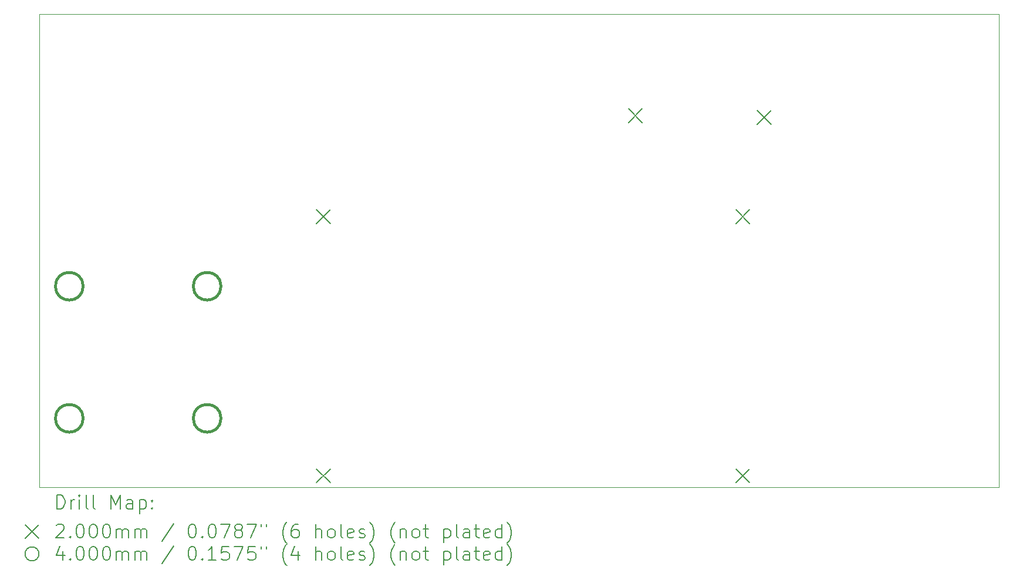
<source format=gbr>
%TF.GenerationSoftware,KiCad,Pcbnew,7.0.6*%
%TF.CreationDate,2023-08-10T15:58:56-04:00*%
%TF.ProjectId,rrc_pcb3,7272635f-7063-4623-932e-6b696361645f,rev?*%
%TF.SameCoordinates,Original*%
%TF.FileFunction,Drillmap*%
%TF.FilePolarity,Positive*%
%FSLAX45Y45*%
G04 Gerber Fmt 4.5, Leading zero omitted, Abs format (unit mm)*
G04 Created by KiCad (PCBNEW 7.0.6) date 2023-08-10 15:58:56*
%MOMM*%
%LPD*%
G01*
G04 APERTURE LIST*
%ADD10C,0.050000*%
%ADD11C,0.200000*%
%ADD12C,0.400000*%
G04 APERTURE END LIST*
D10*
X4191000Y-2065671D02*
X18034000Y-2065671D01*
X18034000Y-8890000D01*
X4191000Y-8890000D01*
X4191000Y-2065671D01*
D11*
X8190000Y-4890000D02*
X8390000Y-5090000D01*
X8390000Y-4890000D02*
X8190000Y-5090000D01*
X8190000Y-8626000D02*
X8390000Y-8826000D01*
X8390000Y-8626000D02*
X8190000Y-8826000D01*
X12693425Y-3431692D02*
X12893425Y-3631692D01*
X12893425Y-3431692D02*
X12693425Y-3631692D01*
X14240000Y-4890000D02*
X14440000Y-5090000D01*
X14440000Y-4890000D02*
X14240000Y-5090000D01*
X14240000Y-8626000D02*
X14440000Y-8826000D01*
X14440000Y-8626000D02*
X14240000Y-8826000D01*
X14551480Y-3457183D02*
X14751480Y-3657183D01*
X14751480Y-3457183D02*
X14551480Y-3657183D01*
D12*
X4826360Y-5992423D02*
G75*
G03*
X4826360Y-5992423I-200000J0D01*
G01*
X4826360Y-7897423D02*
G75*
G03*
X4826360Y-7897423I-200000J0D01*
G01*
X6814869Y-5992423D02*
G75*
G03*
X6814869Y-5992423I-200000J0D01*
G01*
X6814869Y-7897423D02*
G75*
G03*
X6814869Y-7897423I-200000J0D01*
G01*
D11*
X4449277Y-9203984D02*
X4449277Y-9003984D01*
X4449277Y-9003984D02*
X4496896Y-9003984D01*
X4496896Y-9003984D02*
X4525467Y-9013508D01*
X4525467Y-9013508D02*
X4544515Y-9032555D01*
X4544515Y-9032555D02*
X4554039Y-9051603D01*
X4554039Y-9051603D02*
X4563563Y-9089698D01*
X4563563Y-9089698D02*
X4563563Y-9118270D01*
X4563563Y-9118270D02*
X4554039Y-9156365D01*
X4554039Y-9156365D02*
X4544515Y-9175412D01*
X4544515Y-9175412D02*
X4525467Y-9194460D01*
X4525467Y-9194460D02*
X4496896Y-9203984D01*
X4496896Y-9203984D02*
X4449277Y-9203984D01*
X4649277Y-9203984D02*
X4649277Y-9070650D01*
X4649277Y-9108746D02*
X4658801Y-9089698D01*
X4658801Y-9089698D02*
X4668324Y-9080174D01*
X4668324Y-9080174D02*
X4687372Y-9070650D01*
X4687372Y-9070650D02*
X4706420Y-9070650D01*
X4773086Y-9203984D02*
X4773086Y-9070650D01*
X4773086Y-9003984D02*
X4763563Y-9013508D01*
X4763563Y-9013508D02*
X4773086Y-9023031D01*
X4773086Y-9023031D02*
X4782610Y-9013508D01*
X4782610Y-9013508D02*
X4773086Y-9003984D01*
X4773086Y-9003984D02*
X4773086Y-9023031D01*
X4896896Y-9203984D02*
X4877848Y-9194460D01*
X4877848Y-9194460D02*
X4868324Y-9175412D01*
X4868324Y-9175412D02*
X4868324Y-9003984D01*
X5001658Y-9203984D02*
X4982610Y-9194460D01*
X4982610Y-9194460D02*
X4973086Y-9175412D01*
X4973086Y-9175412D02*
X4973086Y-9003984D01*
X5230229Y-9203984D02*
X5230229Y-9003984D01*
X5230229Y-9003984D02*
X5296896Y-9146841D01*
X5296896Y-9146841D02*
X5363563Y-9003984D01*
X5363563Y-9003984D02*
X5363563Y-9203984D01*
X5544515Y-9203984D02*
X5544515Y-9099222D01*
X5544515Y-9099222D02*
X5534991Y-9080174D01*
X5534991Y-9080174D02*
X5515944Y-9070650D01*
X5515944Y-9070650D02*
X5477848Y-9070650D01*
X5477848Y-9070650D02*
X5458801Y-9080174D01*
X5544515Y-9194460D02*
X5525467Y-9203984D01*
X5525467Y-9203984D02*
X5477848Y-9203984D01*
X5477848Y-9203984D02*
X5458801Y-9194460D01*
X5458801Y-9194460D02*
X5449277Y-9175412D01*
X5449277Y-9175412D02*
X5449277Y-9156365D01*
X5449277Y-9156365D02*
X5458801Y-9137317D01*
X5458801Y-9137317D02*
X5477848Y-9127793D01*
X5477848Y-9127793D02*
X5525467Y-9127793D01*
X5525467Y-9127793D02*
X5544515Y-9118270D01*
X5639753Y-9070650D02*
X5639753Y-9270650D01*
X5639753Y-9080174D02*
X5658801Y-9070650D01*
X5658801Y-9070650D02*
X5696896Y-9070650D01*
X5696896Y-9070650D02*
X5715943Y-9080174D01*
X5715943Y-9080174D02*
X5725467Y-9089698D01*
X5725467Y-9089698D02*
X5734991Y-9108746D01*
X5734991Y-9108746D02*
X5734991Y-9165889D01*
X5734991Y-9165889D02*
X5725467Y-9184936D01*
X5725467Y-9184936D02*
X5715943Y-9194460D01*
X5715943Y-9194460D02*
X5696896Y-9203984D01*
X5696896Y-9203984D02*
X5658801Y-9203984D01*
X5658801Y-9203984D02*
X5639753Y-9194460D01*
X5820705Y-9184936D02*
X5830229Y-9194460D01*
X5830229Y-9194460D02*
X5820705Y-9203984D01*
X5820705Y-9203984D02*
X5811182Y-9194460D01*
X5811182Y-9194460D02*
X5820705Y-9184936D01*
X5820705Y-9184936D02*
X5820705Y-9203984D01*
X5820705Y-9080174D02*
X5830229Y-9089698D01*
X5830229Y-9089698D02*
X5820705Y-9099222D01*
X5820705Y-9099222D02*
X5811182Y-9089698D01*
X5811182Y-9089698D02*
X5820705Y-9080174D01*
X5820705Y-9080174D02*
X5820705Y-9099222D01*
X3988500Y-9432500D02*
X4188500Y-9632500D01*
X4188500Y-9432500D02*
X3988500Y-9632500D01*
X4439753Y-9443031D02*
X4449277Y-9433508D01*
X4449277Y-9433508D02*
X4468324Y-9423984D01*
X4468324Y-9423984D02*
X4515944Y-9423984D01*
X4515944Y-9423984D02*
X4534991Y-9433508D01*
X4534991Y-9433508D02*
X4544515Y-9443031D01*
X4544515Y-9443031D02*
X4554039Y-9462079D01*
X4554039Y-9462079D02*
X4554039Y-9481127D01*
X4554039Y-9481127D02*
X4544515Y-9509698D01*
X4544515Y-9509698D02*
X4430229Y-9623984D01*
X4430229Y-9623984D02*
X4554039Y-9623984D01*
X4639753Y-9604936D02*
X4649277Y-9614460D01*
X4649277Y-9614460D02*
X4639753Y-9623984D01*
X4639753Y-9623984D02*
X4630229Y-9614460D01*
X4630229Y-9614460D02*
X4639753Y-9604936D01*
X4639753Y-9604936D02*
X4639753Y-9623984D01*
X4773086Y-9423984D02*
X4792134Y-9423984D01*
X4792134Y-9423984D02*
X4811182Y-9433508D01*
X4811182Y-9433508D02*
X4820705Y-9443031D01*
X4820705Y-9443031D02*
X4830229Y-9462079D01*
X4830229Y-9462079D02*
X4839753Y-9500174D01*
X4839753Y-9500174D02*
X4839753Y-9547793D01*
X4839753Y-9547793D02*
X4830229Y-9585889D01*
X4830229Y-9585889D02*
X4820705Y-9604936D01*
X4820705Y-9604936D02*
X4811182Y-9614460D01*
X4811182Y-9614460D02*
X4792134Y-9623984D01*
X4792134Y-9623984D02*
X4773086Y-9623984D01*
X4773086Y-9623984D02*
X4754039Y-9614460D01*
X4754039Y-9614460D02*
X4744515Y-9604936D01*
X4744515Y-9604936D02*
X4734991Y-9585889D01*
X4734991Y-9585889D02*
X4725467Y-9547793D01*
X4725467Y-9547793D02*
X4725467Y-9500174D01*
X4725467Y-9500174D02*
X4734991Y-9462079D01*
X4734991Y-9462079D02*
X4744515Y-9443031D01*
X4744515Y-9443031D02*
X4754039Y-9433508D01*
X4754039Y-9433508D02*
X4773086Y-9423984D01*
X4963563Y-9423984D02*
X4982610Y-9423984D01*
X4982610Y-9423984D02*
X5001658Y-9433508D01*
X5001658Y-9433508D02*
X5011182Y-9443031D01*
X5011182Y-9443031D02*
X5020705Y-9462079D01*
X5020705Y-9462079D02*
X5030229Y-9500174D01*
X5030229Y-9500174D02*
X5030229Y-9547793D01*
X5030229Y-9547793D02*
X5020705Y-9585889D01*
X5020705Y-9585889D02*
X5011182Y-9604936D01*
X5011182Y-9604936D02*
X5001658Y-9614460D01*
X5001658Y-9614460D02*
X4982610Y-9623984D01*
X4982610Y-9623984D02*
X4963563Y-9623984D01*
X4963563Y-9623984D02*
X4944515Y-9614460D01*
X4944515Y-9614460D02*
X4934991Y-9604936D01*
X4934991Y-9604936D02*
X4925467Y-9585889D01*
X4925467Y-9585889D02*
X4915944Y-9547793D01*
X4915944Y-9547793D02*
X4915944Y-9500174D01*
X4915944Y-9500174D02*
X4925467Y-9462079D01*
X4925467Y-9462079D02*
X4934991Y-9443031D01*
X4934991Y-9443031D02*
X4944515Y-9433508D01*
X4944515Y-9433508D02*
X4963563Y-9423984D01*
X5154039Y-9423984D02*
X5173086Y-9423984D01*
X5173086Y-9423984D02*
X5192134Y-9433508D01*
X5192134Y-9433508D02*
X5201658Y-9443031D01*
X5201658Y-9443031D02*
X5211182Y-9462079D01*
X5211182Y-9462079D02*
X5220705Y-9500174D01*
X5220705Y-9500174D02*
X5220705Y-9547793D01*
X5220705Y-9547793D02*
X5211182Y-9585889D01*
X5211182Y-9585889D02*
X5201658Y-9604936D01*
X5201658Y-9604936D02*
X5192134Y-9614460D01*
X5192134Y-9614460D02*
X5173086Y-9623984D01*
X5173086Y-9623984D02*
X5154039Y-9623984D01*
X5154039Y-9623984D02*
X5134991Y-9614460D01*
X5134991Y-9614460D02*
X5125467Y-9604936D01*
X5125467Y-9604936D02*
X5115944Y-9585889D01*
X5115944Y-9585889D02*
X5106420Y-9547793D01*
X5106420Y-9547793D02*
X5106420Y-9500174D01*
X5106420Y-9500174D02*
X5115944Y-9462079D01*
X5115944Y-9462079D02*
X5125467Y-9443031D01*
X5125467Y-9443031D02*
X5134991Y-9433508D01*
X5134991Y-9433508D02*
X5154039Y-9423984D01*
X5306420Y-9623984D02*
X5306420Y-9490650D01*
X5306420Y-9509698D02*
X5315944Y-9500174D01*
X5315944Y-9500174D02*
X5334991Y-9490650D01*
X5334991Y-9490650D02*
X5363563Y-9490650D01*
X5363563Y-9490650D02*
X5382610Y-9500174D01*
X5382610Y-9500174D02*
X5392134Y-9519222D01*
X5392134Y-9519222D02*
X5392134Y-9623984D01*
X5392134Y-9519222D02*
X5401658Y-9500174D01*
X5401658Y-9500174D02*
X5420705Y-9490650D01*
X5420705Y-9490650D02*
X5449277Y-9490650D01*
X5449277Y-9490650D02*
X5468325Y-9500174D01*
X5468325Y-9500174D02*
X5477848Y-9519222D01*
X5477848Y-9519222D02*
X5477848Y-9623984D01*
X5573086Y-9623984D02*
X5573086Y-9490650D01*
X5573086Y-9509698D02*
X5582610Y-9500174D01*
X5582610Y-9500174D02*
X5601658Y-9490650D01*
X5601658Y-9490650D02*
X5630229Y-9490650D01*
X5630229Y-9490650D02*
X5649277Y-9500174D01*
X5649277Y-9500174D02*
X5658801Y-9519222D01*
X5658801Y-9519222D02*
X5658801Y-9623984D01*
X5658801Y-9519222D02*
X5668324Y-9500174D01*
X5668324Y-9500174D02*
X5687372Y-9490650D01*
X5687372Y-9490650D02*
X5715943Y-9490650D01*
X5715943Y-9490650D02*
X5734991Y-9500174D01*
X5734991Y-9500174D02*
X5744515Y-9519222D01*
X5744515Y-9519222D02*
X5744515Y-9623984D01*
X6134991Y-9414460D02*
X5963563Y-9671603D01*
X6392134Y-9423984D02*
X6411182Y-9423984D01*
X6411182Y-9423984D02*
X6430229Y-9433508D01*
X6430229Y-9433508D02*
X6439753Y-9443031D01*
X6439753Y-9443031D02*
X6449277Y-9462079D01*
X6449277Y-9462079D02*
X6458801Y-9500174D01*
X6458801Y-9500174D02*
X6458801Y-9547793D01*
X6458801Y-9547793D02*
X6449277Y-9585889D01*
X6449277Y-9585889D02*
X6439753Y-9604936D01*
X6439753Y-9604936D02*
X6430229Y-9614460D01*
X6430229Y-9614460D02*
X6411182Y-9623984D01*
X6411182Y-9623984D02*
X6392134Y-9623984D01*
X6392134Y-9623984D02*
X6373086Y-9614460D01*
X6373086Y-9614460D02*
X6363563Y-9604936D01*
X6363563Y-9604936D02*
X6354039Y-9585889D01*
X6354039Y-9585889D02*
X6344515Y-9547793D01*
X6344515Y-9547793D02*
X6344515Y-9500174D01*
X6344515Y-9500174D02*
X6354039Y-9462079D01*
X6354039Y-9462079D02*
X6363563Y-9443031D01*
X6363563Y-9443031D02*
X6373086Y-9433508D01*
X6373086Y-9433508D02*
X6392134Y-9423984D01*
X6544515Y-9604936D02*
X6554039Y-9614460D01*
X6554039Y-9614460D02*
X6544515Y-9623984D01*
X6544515Y-9623984D02*
X6534991Y-9614460D01*
X6534991Y-9614460D02*
X6544515Y-9604936D01*
X6544515Y-9604936D02*
X6544515Y-9623984D01*
X6677848Y-9423984D02*
X6696896Y-9423984D01*
X6696896Y-9423984D02*
X6715944Y-9433508D01*
X6715944Y-9433508D02*
X6725467Y-9443031D01*
X6725467Y-9443031D02*
X6734991Y-9462079D01*
X6734991Y-9462079D02*
X6744515Y-9500174D01*
X6744515Y-9500174D02*
X6744515Y-9547793D01*
X6744515Y-9547793D02*
X6734991Y-9585889D01*
X6734991Y-9585889D02*
X6725467Y-9604936D01*
X6725467Y-9604936D02*
X6715944Y-9614460D01*
X6715944Y-9614460D02*
X6696896Y-9623984D01*
X6696896Y-9623984D02*
X6677848Y-9623984D01*
X6677848Y-9623984D02*
X6658801Y-9614460D01*
X6658801Y-9614460D02*
X6649277Y-9604936D01*
X6649277Y-9604936D02*
X6639753Y-9585889D01*
X6639753Y-9585889D02*
X6630229Y-9547793D01*
X6630229Y-9547793D02*
X6630229Y-9500174D01*
X6630229Y-9500174D02*
X6639753Y-9462079D01*
X6639753Y-9462079D02*
X6649277Y-9443031D01*
X6649277Y-9443031D02*
X6658801Y-9433508D01*
X6658801Y-9433508D02*
X6677848Y-9423984D01*
X6811182Y-9423984D02*
X6944515Y-9423984D01*
X6944515Y-9423984D02*
X6858801Y-9623984D01*
X7049277Y-9509698D02*
X7030229Y-9500174D01*
X7030229Y-9500174D02*
X7020706Y-9490650D01*
X7020706Y-9490650D02*
X7011182Y-9471603D01*
X7011182Y-9471603D02*
X7011182Y-9462079D01*
X7011182Y-9462079D02*
X7020706Y-9443031D01*
X7020706Y-9443031D02*
X7030229Y-9433508D01*
X7030229Y-9433508D02*
X7049277Y-9423984D01*
X7049277Y-9423984D02*
X7087372Y-9423984D01*
X7087372Y-9423984D02*
X7106420Y-9433508D01*
X7106420Y-9433508D02*
X7115944Y-9443031D01*
X7115944Y-9443031D02*
X7125467Y-9462079D01*
X7125467Y-9462079D02*
X7125467Y-9471603D01*
X7125467Y-9471603D02*
X7115944Y-9490650D01*
X7115944Y-9490650D02*
X7106420Y-9500174D01*
X7106420Y-9500174D02*
X7087372Y-9509698D01*
X7087372Y-9509698D02*
X7049277Y-9509698D01*
X7049277Y-9509698D02*
X7030229Y-9519222D01*
X7030229Y-9519222D02*
X7020706Y-9528746D01*
X7020706Y-9528746D02*
X7011182Y-9547793D01*
X7011182Y-9547793D02*
X7011182Y-9585889D01*
X7011182Y-9585889D02*
X7020706Y-9604936D01*
X7020706Y-9604936D02*
X7030229Y-9614460D01*
X7030229Y-9614460D02*
X7049277Y-9623984D01*
X7049277Y-9623984D02*
X7087372Y-9623984D01*
X7087372Y-9623984D02*
X7106420Y-9614460D01*
X7106420Y-9614460D02*
X7115944Y-9604936D01*
X7115944Y-9604936D02*
X7125467Y-9585889D01*
X7125467Y-9585889D02*
X7125467Y-9547793D01*
X7125467Y-9547793D02*
X7115944Y-9528746D01*
X7115944Y-9528746D02*
X7106420Y-9519222D01*
X7106420Y-9519222D02*
X7087372Y-9509698D01*
X7192134Y-9423984D02*
X7325467Y-9423984D01*
X7325467Y-9423984D02*
X7239753Y-9623984D01*
X7392134Y-9423984D02*
X7392134Y-9462079D01*
X7468325Y-9423984D02*
X7468325Y-9462079D01*
X7763563Y-9700174D02*
X7754039Y-9690650D01*
X7754039Y-9690650D02*
X7734991Y-9662079D01*
X7734991Y-9662079D02*
X7725468Y-9643031D01*
X7725468Y-9643031D02*
X7715944Y-9614460D01*
X7715944Y-9614460D02*
X7706420Y-9566841D01*
X7706420Y-9566841D02*
X7706420Y-9528746D01*
X7706420Y-9528746D02*
X7715944Y-9481127D01*
X7715944Y-9481127D02*
X7725468Y-9452555D01*
X7725468Y-9452555D02*
X7734991Y-9433508D01*
X7734991Y-9433508D02*
X7754039Y-9404936D01*
X7754039Y-9404936D02*
X7763563Y-9395412D01*
X7925468Y-9423984D02*
X7887372Y-9423984D01*
X7887372Y-9423984D02*
X7868325Y-9433508D01*
X7868325Y-9433508D02*
X7858801Y-9443031D01*
X7858801Y-9443031D02*
X7839753Y-9471603D01*
X7839753Y-9471603D02*
X7830229Y-9509698D01*
X7830229Y-9509698D02*
X7830229Y-9585889D01*
X7830229Y-9585889D02*
X7839753Y-9604936D01*
X7839753Y-9604936D02*
X7849277Y-9614460D01*
X7849277Y-9614460D02*
X7868325Y-9623984D01*
X7868325Y-9623984D02*
X7906420Y-9623984D01*
X7906420Y-9623984D02*
X7925468Y-9614460D01*
X7925468Y-9614460D02*
X7934991Y-9604936D01*
X7934991Y-9604936D02*
X7944515Y-9585889D01*
X7944515Y-9585889D02*
X7944515Y-9538270D01*
X7944515Y-9538270D02*
X7934991Y-9519222D01*
X7934991Y-9519222D02*
X7925468Y-9509698D01*
X7925468Y-9509698D02*
X7906420Y-9500174D01*
X7906420Y-9500174D02*
X7868325Y-9500174D01*
X7868325Y-9500174D02*
X7849277Y-9509698D01*
X7849277Y-9509698D02*
X7839753Y-9519222D01*
X7839753Y-9519222D02*
X7830229Y-9538270D01*
X8182610Y-9623984D02*
X8182610Y-9423984D01*
X8268325Y-9623984D02*
X8268325Y-9519222D01*
X8268325Y-9519222D02*
X8258801Y-9500174D01*
X8258801Y-9500174D02*
X8239753Y-9490650D01*
X8239753Y-9490650D02*
X8211182Y-9490650D01*
X8211182Y-9490650D02*
X8192134Y-9500174D01*
X8192134Y-9500174D02*
X8182610Y-9509698D01*
X8392134Y-9623984D02*
X8373087Y-9614460D01*
X8373087Y-9614460D02*
X8363563Y-9604936D01*
X8363563Y-9604936D02*
X8354039Y-9585889D01*
X8354039Y-9585889D02*
X8354039Y-9528746D01*
X8354039Y-9528746D02*
X8363563Y-9509698D01*
X8363563Y-9509698D02*
X8373087Y-9500174D01*
X8373087Y-9500174D02*
X8392134Y-9490650D01*
X8392134Y-9490650D02*
X8420706Y-9490650D01*
X8420706Y-9490650D02*
X8439753Y-9500174D01*
X8439753Y-9500174D02*
X8449277Y-9509698D01*
X8449277Y-9509698D02*
X8458801Y-9528746D01*
X8458801Y-9528746D02*
X8458801Y-9585889D01*
X8458801Y-9585889D02*
X8449277Y-9604936D01*
X8449277Y-9604936D02*
X8439753Y-9614460D01*
X8439753Y-9614460D02*
X8420706Y-9623984D01*
X8420706Y-9623984D02*
X8392134Y-9623984D01*
X8573087Y-9623984D02*
X8554039Y-9614460D01*
X8554039Y-9614460D02*
X8544515Y-9595412D01*
X8544515Y-9595412D02*
X8544515Y-9423984D01*
X8725468Y-9614460D02*
X8706420Y-9623984D01*
X8706420Y-9623984D02*
X8668325Y-9623984D01*
X8668325Y-9623984D02*
X8649277Y-9614460D01*
X8649277Y-9614460D02*
X8639753Y-9595412D01*
X8639753Y-9595412D02*
X8639753Y-9519222D01*
X8639753Y-9519222D02*
X8649277Y-9500174D01*
X8649277Y-9500174D02*
X8668325Y-9490650D01*
X8668325Y-9490650D02*
X8706420Y-9490650D01*
X8706420Y-9490650D02*
X8725468Y-9500174D01*
X8725468Y-9500174D02*
X8734992Y-9519222D01*
X8734992Y-9519222D02*
X8734992Y-9538270D01*
X8734992Y-9538270D02*
X8639753Y-9557317D01*
X8811182Y-9614460D02*
X8830230Y-9623984D01*
X8830230Y-9623984D02*
X8868325Y-9623984D01*
X8868325Y-9623984D02*
X8887373Y-9614460D01*
X8887373Y-9614460D02*
X8896896Y-9595412D01*
X8896896Y-9595412D02*
X8896896Y-9585889D01*
X8896896Y-9585889D02*
X8887373Y-9566841D01*
X8887373Y-9566841D02*
X8868325Y-9557317D01*
X8868325Y-9557317D02*
X8839753Y-9557317D01*
X8839753Y-9557317D02*
X8820706Y-9547793D01*
X8820706Y-9547793D02*
X8811182Y-9528746D01*
X8811182Y-9528746D02*
X8811182Y-9519222D01*
X8811182Y-9519222D02*
X8820706Y-9500174D01*
X8820706Y-9500174D02*
X8839753Y-9490650D01*
X8839753Y-9490650D02*
X8868325Y-9490650D01*
X8868325Y-9490650D02*
X8887373Y-9500174D01*
X8963563Y-9700174D02*
X8973087Y-9690650D01*
X8973087Y-9690650D02*
X8992134Y-9662079D01*
X8992134Y-9662079D02*
X9001658Y-9643031D01*
X9001658Y-9643031D02*
X9011182Y-9614460D01*
X9011182Y-9614460D02*
X9020706Y-9566841D01*
X9020706Y-9566841D02*
X9020706Y-9528746D01*
X9020706Y-9528746D02*
X9011182Y-9481127D01*
X9011182Y-9481127D02*
X9001658Y-9452555D01*
X9001658Y-9452555D02*
X8992134Y-9433508D01*
X8992134Y-9433508D02*
X8973087Y-9404936D01*
X8973087Y-9404936D02*
X8963563Y-9395412D01*
X9325468Y-9700174D02*
X9315944Y-9690650D01*
X9315944Y-9690650D02*
X9296896Y-9662079D01*
X9296896Y-9662079D02*
X9287373Y-9643031D01*
X9287373Y-9643031D02*
X9277849Y-9614460D01*
X9277849Y-9614460D02*
X9268325Y-9566841D01*
X9268325Y-9566841D02*
X9268325Y-9528746D01*
X9268325Y-9528746D02*
X9277849Y-9481127D01*
X9277849Y-9481127D02*
X9287373Y-9452555D01*
X9287373Y-9452555D02*
X9296896Y-9433508D01*
X9296896Y-9433508D02*
X9315944Y-9404936D01*
X9315944Y-9404936D02*
X9325468Y-9395412D01*
X9401658Y-9490650D02*
X9401658Y-9623984D01*
X9401658Y-9509698D02*
X9411182Y-9500174D01*
X9411182Y-9500174D02*
X9430230Y-9490650D01*
X9430230Y-9490650D02*
X9458801Y-9490650D01*
X9458801Y-9490650D02*
X9477849Y-9500174D01*
X9477849Y-9500174D02*
X9487373Y-9519222D01*
X9487373Y-9519222D02*
X9487373Y-9623984D01*
X9611182Y-9623984D02*
X9592134Y-9614460D01*
X9592134Y-9614460D02*
X9582611Y-9604936D01*
X9582611Y-9604936D02*
X9573087Y-9585889D01*
X9573087Y-9585889D02*
X9573087Y-9528746D01*
X9573087Y-9528746D02*
X9582611Y-9509698D01*
X9582611Y-9509698D02*
X9592134Y-9500174D01*
X9592134Y-9500174D02*
X9611182Y-9490650D01*
X9611182Y-9490650D02*
X9639754Y-9490650D01*
X9639754Y-9490650D02*
X9658801Y-9500174D01*
X9658801Y-9500174D02*
X9668325Y-9509698D01*
X9668325Y-9509698D02*
X9677849Y-9528746D01*
X9677849Y-9528746D02*
X9677849Y-9585889D01*
X9677849Y-9585889D02*
X9668325Y-9604936D01*
X9668325Y-9604936D02*
X9658801Y-9614460D01*
X9658801Y-9614460D02*
X9639754Y-9623984D01*
X9639754Y-9623984D02*
X9611182Y-9623984D01*
X9734992Y-9490650D02*
X9811182Y-9490650D01*
X9763563Y-9423984D02*
X9763563Y-9595412D01*
X9763563Y-9595412D02*
X9773087Y-9614460D01*
X9773087Y-9614460D02*
X9792134Y-9623984D01*
X9792134Y-9623984D02*
X9811182Y-9623984D01*
X10030230Y-9490650D02*
X10030230Y-9690650D01*
X10030230Y-9500174D02*
X10049277Y-9490650D01*
X10049277Y-9490650D02*
X10087373Y-9490650D01*
X10087373Y-9490650D02*
X10106420Y-9500174D01*
X10106420Y-9500174D02*
X10115944Y-9509698D01*
X10115944Y-9509698D02*
X10125468Y-9528746D01*
X10125468Y-9528746D02*
X10125468Y-9585889D01*
X10125468Y-9585889D02*
X10115944Y-9604936D01*
X10115944Y-9604936D02*
X10106420Y-9614460D01*
X10106420Y-9614460D02*
X10087373Y-9623984D01*
X10087373Y-9623984D02*
X10049277Y-9623984D01*
X10049277Y-9623984D02*
X10030230Y-9614460D01*
X10239754Y-9623984D02*
X10220706Y-9614460D01*
X10220706Y-9614460D02*
X10211182Y-9595412D01*
X10211182Y-9595412D02*
X10211182Y-9423984D01*
X10401658Y-9623984D02*
X10401658Y-9519222D01*
X10401658Y-9519222D02*
X10392135Y-9500174D01*
X10392135Y-9500174D02*
X10373087Y-9490650D01*
X10373087Y-9490650D02*
X10334992Y-9490650D01*
X10334992Y-9490650D02*
X10315944Y-9500174D01*
X10401658Y-9614460D02*
X10382611Y-9623984D01*
X10382611Y-9623984D02*
X10334992Y-9623984D01*
X10334992Y-9623984D02*
X10315944Y-9614460D01*
X10315944Y-9614460D02*
X10306420Y-9595412D01*
X10306420Y-9595412D02*
X10306420Y-9576365D01*
X10306420Y-9576365D02*
X10315944Y-9557317D01*
X10315944Y-9557317D02*
X10334992Y-9547793D01*
X10334992Y-9547793D02*
X10382611Y-9547793D01*
X10382611Y-9547793D02*
X10401658Y-9538270D01*
X10468325Y-9490650D02*
X10544515Y-9490650D01*
X10496896Y-9423984D02*
X10496896Y-9595412D01*
X10496896Y-9595412D02*
X10506420Y-9614460D01*
X10506420Y-9614460D02*
X10525468Y-9623984D01*
X10525468Y-9623984D02*
X10544515Y-9623984D01*
X10687373Y-9614460D02*
X10668325Y-9623984D01*
X10668325Y-9623984D02*
X10630230Y-9623984D01*
X10630230Y-9623984D02*
X10611182Y-9614460D01*
X10611182Y-9614460D02*
X10601658Y-9595412D01*
X10601658Y-9595412D02*
X10601658Y-9519222D01*
X10601658Y-9519222D02*
X10611182Y-9500174D01*
X10611182Y-9500174D02*
X10630230Y-9490650D01*
X10630230Y-9490650D02*
X10668325Y-9490650D01*
X10668325Y-9490650D02*
X10687373Y-9500174D01*
X10687373Y-9500174D02*
X10696896Y-9519222D01*
X10696896Y-9519222D02*
X10696896Y-9538270D01*
X10696896Y-9538270D02*
X10601658Y-9557317D01*
X10868325Y-9623984D02*
X10868325Y-9423984D01*
X10868325Y-9614460D02*
X10849277Y-9623984D01*
X10849277Y-9623984D02*
X10811182Y-9623984D01*
X10811182Y-9623984D02*
X10792135Y-9614460D01*
X10792135Y-9614460D02*
X10782611Y-9604936D01*
X10782611Y-9604936D02*
X10773087Y-9585889D01*
X10773087Y-9585889D02*
X10773087Y-9528746D01*
X10773087Y-9528746D02*
X10782611Y-9509698D01*
X10782611Y-9509698D02*
X10792135Y-9500174D01*
X10792135Y-9500174D02*
X10811182Y-9490650D01*
X10811182Y-9490650D02*
X10849277Y-9490650D01*
X10849277Y-9490650D02*
X10868325Y-9500174D01*
X10944516Y-9700174D02*
X10954039Y-9690650D01*
X10954039Y-9690650D02*
X10973087Y-9662079D01*
X10973087Y-9662079D02*
X10982611Y-9643031D01*
X10982611Y-9643031D02*
X10992135Y-9614460D01*
X10992135Y-9614460D02*
X11001658Y-9566841D01*
X11001658Y-9566841D02*
X11001658Y-9528746D01*
X11001658Y-9528746D02*
X10992135Y-9481127D01*
X10992135Y-9481127D02*
X10982611Y-9452555D01*
X10982611Y-9452555D02*
X10973087Y-9433508D01*
X10973087Y-9433508D02*
X10954039Y-9404936D01*
X10954039Y-9404936D02*
X10944516Y-9395412D01*
X4188500Y-9852500D02*
G75*
G03*
X4188500Y-9852500I-100000J0D01*
G01*
X4534991Y-9810650D02*
X4534991Y-9943984D01*
X4487372Y-9734460D02*
X4439753Y-9877317D01*
X4439753Y-9877317D02*
X4563563Y-9877317D01*
X4639753Y-9924936D02*
X4649277Y-9934460D01*
X4649277Y-9934460D02*
X4639753Y-9943984D01*
X4639753Y-9943984D02*
X4630229Y-9934460D01*
X4630229Y-9934460D02*
X4639753Y-9924936D01*
X4639753Y-9924936D02*
X4639753Y-9943984D01*
X4773086Y-9743984D02*
X4792134Y-9743984D01*
X4792134Y-9743984D02*
X4811182Y-9753508D01*
X4811182Y-9753508D02*
X4820705Y-9763031D01*
X4820705Y-9763031D02*
X4830229Y-9782079D01*
X4830229Y-9782079D02*
X4839753Y-9820174D01*
X4839753Y-9820174D02*
X4839753Y-9867793D01*
X4839753Y-9867793D02*
X4830229Y-9905889D01*
X4830229Y-9905889D02*
X4820705Y-9924936D01*
X4820705Y-9924936D02*
X4811182Y-9934460D01*
X4811182Y-9934460D02*
X4792134Y-9943984D01*
X4792134Y-9943984D02*
X4773086Y-9943984D01*
X4773086Y-9943984D02*
X4754039Y-9934460D01*
X4754039Y-9934460D02*
X4744515Y-9924936D01*
X4744515Y-9924936D02*
X4734991Y-9905889D01*
X4734991Y-9905889D02*
X4725467Y-9867793D01*
X4725467Y-9867793D02*
X4725467Y-9820174D01*
X4725467Y-9820174D02*
X4734991Y-9782079D01*
X4734991Y-9782079D02*
X4744515Y-9763031D01*
X4744515Y-9763031D02*
X4754039Y-9753508D01*
X4754039Y-9753508D02*
X4773086Y-9743984D01*
X4963563Y-9743984D02*
X4982610Y-9743984D01*
X4982610Y-9743984D02*
X5001658Y-9753508D01*
X5001658Y-9753508D02*
X5011182Y-9763031D01*
X5011182Y-9763031D02*
X5020705Y-9782079D01*
X5020705Y-9782079D02*
X5030229Y-9820174D01*
X5030229Y-9820174D02*
X5030229Y-9867793D01*
X5030229Y-9867793D02*
X5020705Y-9905889D01*
X5020705Y-9905889D02*
X5011182Y-9924936D01*
X5011182Y-9924936D02*
X5001658Y-9934460D01*
X5001658Y-9934460D02*
X4982610Y-9943984D01*
X4982610Y-9943984D02*
X4963563Y-9943984D01*
X4963563Y-9943984D02*
X4944515Y-9934460D01*
X4944515Y-9934460D02*
X4934991Y-9924936D01*
X4934991Y-9924936D02*
X4925467Y-9905889D01*
X4925467Y-9905889D02*
X4915944Y-9867793D01*
X4915944Y-9867793D02*
X4915944Y-9820174D01*
X4915944Y-9820174D02*
X4925467Y-9782079D01*
X4925467Y-9782079D02*
X4934991Y-9763031D01*
X4934991Y-9763031D02*
X4944515Y-9753508D01*
X4944515Y-9753508D02*
X4963563Y-9743984D01*
X5154039Y-9743984D02*
X5173086Y-9743984D01*
X5173086Y-9743984D02*
X5192134Y-9753508D01*
X5192134Y-9753508D02*
X5201658Y-9763031D01*
X5201658Y-9763031D02*
X5211182Y-9782079D01*
X5211182Y-9782079D02*
X5220705Y-9820174D01*
X5220705Y-9820174D02*
X5220705Y-9867793D01*
X5220705Y-9867793D02*
X5211182Y-9905889D01*
X5211182Y-9905889D02*
X5201658Y-9924936D01*
X5201658Y-9924936D02*
X5192134Y-9934460D01*
X5192134Y-9934460D02*
X5173086Y-9943984D01*
X5173086Y-9943984D02*
X5154039Y-9943984D01*
X5154039Y-9943984D02*
X5134991Y-9934460D01*
X5134991Y-9934460D02*
X5125467Y-9924936D01*
X5125467Y-9924936D02*
X5115944Y-9905889D01*
X5115944Y-9905889D02*
X5106420Y-9867793D01*
X5106420Y-9867793D02*
X5106420Y-9820174D01*
X5106420Y-9820174D02*
X5115944Y-9782079D01*
X5115944Y-9782079D02*
X5125467Y-9763031D01*
X5125467Y-9763031D02*
X5134991Y-9753508D01*
X5134991Y-9753508D02*
X5154039Y-9743984D01*
X5306420Y-9943984D02*
X5306420Y-9810650D01*
X5306420Y-9829698D02*
X5315944Y-9820174D01*
X5315944Y-9820174D02*
X5334991Y-9810650D01*
X5334991Y-9810650D02*
X5363563Y-9810650D01*
X5363563Y-9810650D02*
X5382610Y-9820174D01*
X5382610Y-9820174D02*
X5392134Y-9839222D01*
X5392134Y-9839222D02*
X5392134Y-9943984D01*
X5392134Y-9839222D02*
X5401658Y-9820174D01*
X5401658Y-9820174D02*
X5420705Y-9810650D01*
X5420705Y-9810650D02*
X5449277Y-9810650D01*
X5449277Y-9810650D02*
X5468325Y-9820174D01*
X5468325Y-9820174D02*
X5477848Y-9839222D01*
X5477848Y-9839222D02*
X5477848Y-9943984D01*
X5573086Y-9943984D02*
X5573086Y-9810650D01*
X5573086Y-9829698D02*
X5582610Y-9820174D01*
X5582610Y-9820174D02*
X5601658Y-9810650D01*
X5601658Y-9810650D02*
X5630229Y-9810650D01*
X5630229Y-9810650D02*
X5649277Y-9820174D01*
X5649277Y-9820174D02*
X5658801Y-9839222D01*
X5658801Y-9839222D02*
X5658801Y-9943984D01*
X5658801Y-9839222D02*
X5668324Y-9820174D01*
X5668324Y-9820174D02*
X5687372Y-9810650D01*
X5687372Y-9810650D02*
X5715943Y-9810650D01*
X5715943Y-9810650D02*
X5734991Y-9820174D01*
X5734991Y-9820174D02*
X5744515Y-9839222D01*
X5744515Y-9839222D02*
X5744515Y-9943984D01*
X6134991Y-9734460D02*
X5963563Y-9991603D01*
X6392134Y-9743984D02*
X6411182Y-9743984D01*
X6411182Y-9743984D02*
X6430229Y-9753508D01*
X6430229Y-9753508D02*
X6439753Y-9763031D01*
X6439753Y-9763031D02*
X6449277Y-9782079D01*
X6449277Y-9782079D02*
X6458801Y-9820174D01*
X6458801Y-9820174D02*
X6458801Y-9867793D01*
X6458801Y-9867793D02*
X6449277Y-9905889D01*
X6449277Y-9905889D02*
X6439753Y-9924936D01*
X6439753Y-9924936D02*
X6430229Y-9934460D01*
X6430229Y-9934460D02*
X6411182Y-9943984D01*
X6411182Y-9943984D02*
X6392134Y-9943984D01*
X6392134Y-9943984D02*
X6373086Y-9934460D01*
X6373086Y-9934460D02*
X6363563Y-9924936D01*
X6363563Y-9924936D02*
X6354039Y-9905889D01*
X6354039Y-9905889D02*
X6344515Y-9867793D01*
X6344515Y-9867793D02*
X6344515Y-9820174D01*
X6344515Y-9820174D02*
X6354039Y-9782079D01*
X6354039Y-9782079D02*
X6363563Y-9763031D01*
X6363563Y-9763031D02*
X6373086Y-9753508D01*
X6373086Y-9753508D02*
X6392134Y-9743984D01*
X6544515Y-9924936D02*
X6554039Y-9934460D01*
X6554039Y-9934460D02*
X6544515Y-9943984D01*
X6544515Y-9943984D02*
X6534991Y-9934460D01*
X6534991Y-9934460D02*
X6544515Y-9924936D01*
X6544515Y-9924936D02*
X6544515Y-9943984D01*
X6744515Y-9943984D02*
X6630229Y-9943984D01*
X6687372Y-9943984D02*
X6687372Y-9743984D01*
X6687372Y-9743984D02*
X6668325Y-9772555D01*
X6668325Y-9772555D02*
X6649277Y-9791603D01*
X6649277Y-9791603D02*
X6630229Y-9801127D01*
X6925467Y-9743984D02*
X6830229Y-9743984D01*
X6830229Y-9743984D02*
X6820706Y-9839222D01*
X6820706Y-9839222D02*
X6830229Y-9829698D01*
X6830229Y-9829698D02*
X6849277Y-9820174D01*
X6849277Y-9820174D02*
X6896896Y-9820174D01*
X6896896Y-9820174D02*
X6915944Y-9829698D01*
X6915944Y-9829698D02*
X6925467Y-9839222D01*
X6925467Y-9839222D02*
X6934991Y-9858270D01*
X6934991Y-9858270D02*
X6934991Y-9905889D01*
X6934991Y-9905889D02*
X6925467Y-9924936D01*
X6925467Y-9924936D02*
X6915944Y-9934460D01*
X6915944Y-9934460D02*
X6896896Y-9943984D01*
X6896896Y-9943984D02*
X6849277Y-9943984D01*
X6849277Y-9943984D02*
X6830229Y-9934460D01*
X6830229Y-9934460D02*
X6820706Y-9924936D01*
X7001658Y-9743984D02*
X7134991Y-9743984D01*
X7134991Y-9743984D02*
X7049277Y-9943984D01*
X7306420Y-9743984D02*
X7211182Y-9743984D01*
X7211182Y-9743984D02*
X7201658Y-9839222D01*
X7201658Y-9839222D02*
X7211182Y-9829698D01*
X7211182Y-9829698D02*
X7230229Y-9820174D01*
X7230229Y-9820174D02*
X7277848Y-9820174D01*
X7277848Y-9820174D02*
X7296896Y-9829698D01*
X7296896Y-9829698D02*
X7306420Y-9839222D01*
X7306420Y-9839222D02*
X7315944Y-9858270D01*
X7315944Y-9858270D02*
X7315944Y-9905889D01*
X7315944Y-9905889D02*
X7306420Y-9924936D01*
X7306420Y-9924936D02*
X7296896Y-9934460D01*
X7296896Y-9934460D02*
X7277848Y-9943984D01*
X7277848Y-9943984D02*
X7230229Y-9943984D01*
X7230229Y-9943984D02*
X7211182Y-9934460D01*
X7211182Y-9934460D02*
X7201658Y-9924936D01*
X7392134Y-9743984D02*
X7392134Y-9782079D01*
X7468325Y-9743984D02*
X7468325Y-9782079D01*
X7763563Y-10020174D02*
X7754039Y-10010650D01*
X7754039Y-10010650D02*
X7734991Y-9982079D01*
X7734991Y-9982079D02*
X7725468Y-9963031D01*
X7725468Y-9963031D02*
X7715944Y-9934460D01*
X7715944Y-9934460D02*
X7706420Y-9886841D01*
X7706420Y-9886841D02*
X7706420Y-9848746D01*
X7706420Y-9848746D02*
X7715944Y-9801127D01*
X7715944Y-9801127D02*
X7725468Y-9772555D01*
X7725468Y-9772555D02*
X7734991Y-9753508D01*
X7734991Y-9753508D02*
X7754039Y-9724936D01*
X7754039Y-9724936D02*
X7763563Y-9715412D01*
X7925468Y-9810650D02*
X7925468Y-9943984D01*
X7877848Y-9734460D02*
X7830229Y-9877317D01*
X7830229Y-9877317D02*
X7954039Y-9877317D01*
X8182610Y-9943984D02*
X8182610Y-9743984D01*
X8268325Y-9943984D02*
X8268325Y-9839222D01*
X8268325Y-9839222D02*
X8258801Y-9820174D01*
X8258801Y-9820174D02*
X8239753Y-9810650D01*
X8239753Y-9810650D02*
X8211182Y-9810650D01*
X8211182Y-9810650D02*
X8192134Y-9820174D01*
X8192134Y-9820174D02*
X8182610Y-9829698D01*
X8392134Y-9943984D02*
X8373087Y-9934460D01*
X8373087Y-9934460D02*
X8363563Y-9924936D01*
X8363563Y-9924936D02*
X8354039Y-9905889D01*
X8354039Y-9905889D02*
X8354039Y-9848746D01*
X8354039Y-9848746D02*
X8363563Y-9829698D01*
X8363563Y-9829698D02*
X8373087Y-9820174D01*
X8373087Y-9820174D02*
X8392134Y-9810650D01*
X8392134Y-9810650D02*
X8420706Y-9810650D01*
X8420706Y-9810650D02*
X8439753Y-9820174D01*
X8439753Y-9820174D02*
X8449277Y-9829698D01*
X8449277Y-9829698D02*
X8458801Y-9848746D01*
X8458801Y-9848746D02*
X8458801Y-9905889D01*
X8458801Y-9905889D02*
X8449277Y-9924936D01*
X8449277Y-9924936D02*
X8439753Y-9934460D01*
X8439753Y-9934460D02*
X8420706Y-9943984D01*
X8420706Y-9943984D02*
X8392134Y-9943984D01*
X8573087Y-9943984D02*
X8554039Y-9934460D01*
X8554039Y-9934460D02*
X8544515Y-9915412D01*
X8544515Y-9915412D02*
X8544515Y-9743984D01*
X8725468Y-9934460D02*
X8706420Y-9943984D01*
X8706420Y-9943984D02*
X8668325Y-9943984D01*
X8668325Y-9943984D02*
X8649277Y-9934460D01*
X8649277Y-9934460D02*
X8639753Y-9915412D01*
X8639753Y-9915412D02*
X8639753Y-9839222D01*
X8639753Y-9839222D02*
X8649277Y-9820174D01*
X8649277Y-9820174D02*
X8668325Y-9810650D01*
X8668325Y-9810650D02*
X8706420Y-9810650D01*
X8706420Y-9810650D02*
X8725468Y-9820174D01*
X8725468Y-9820174D02*
X8734992Y-9839222D01*
X8734992Y-9839222D02*
X8734992Y-9858270D01*
X8734992Y-9858270D02*
X8639753Y-9877317D01*
X8811182Y-9934460D02*
X8830230Y-9943984D01*
X8830230Y-9943984D02*
X8868325Y-9943984D01*
X8868325Y-9943984D02*
X8887373Y-9934460D01*
X8887373Y-9934460D02*
X8896896Y-9915412D01*
X8896896Y-9915412D02*
X8896896Y-9905889D01*
X8896896Y-9905889D02*
X8887373Y-9886841D01*
X8887373Y-9886841D02*
X8868325Y-9877317D01*
X8868325Y-9877317D02*
X8839753Y-9877317D01*
X8839753Y-9877317D02*
X8820706Y-9867793D01*
X8820706Y-9867793D02*
X8811182Y-9848746D01*
X8811182Y-9848746D02*
X8811182Y-9839222D01*
X8811182Y-9839222D02*
X8820706Y-9820174D01*
X8820706Y-9820174D02*
X8839753Y-9810650D01*
X8839753Y-9810650D02*
X8868325Y-9810650D01*
X8868325Y-9810650D02*
X8887373Y-9820174D01*
X8963563Y-10020174D02*
X8973087Y-10010650D01*
X8973087Y-10010650D02*
X8992134Y-9982079D01*
X8992134Y-9982079D02*
X9001658Y-9963031D01*
X9001658Y-9963031D02*
X9011182Y-9934460D01*
X9011182Y-9934460D02*
X9020706Y-9886841D01*
X9020706Y-9886841D02*
X9020706Y-9848746D01*
X9020706Y-9848746D02*
X9011182Y-9801127D01*
X9011182Y-9801127D02*
X9001658Y-9772555D01*
X9001658Y-9772555D02*
X8992134Y-9753508D01*
X8992134Y-9753508D02*
X8973087Y-9724936D01*
X8973087Y-9724936D02*
X8963563Y-9715412D01*
X9325468Y-10020174D02*
X9315944Y-10010650D01*
X9315944Y-10010650D02*
X9296896Y-9982079D01*
X9296896Y-9982079D02*
X9287373Y-9963031D01*
X9287373Y-9963031D02*
X9277849Y-9934460D01*
X9277849Y-9934460D02*
X9268325Y-9886841D01*
X9268325Y-9886841D02*
X9268325Y-9848746D01*
X9268325Y-9848746D02*
X9277849Y-9801127D01*
X9277849Y-9801127D02*
X9287373Y-9772555D01*
X9287373Y-9772555D02*
X9296896Y-9753508D01*
X9296896Y-9753508D02*
X9315944Y-9724936D01*
X9315944Y-9724936D02*
X9325468Y-9715412D01*
X9401658Y-9810650D02*
X9401658Y-9943984D01*
X9401658Y-9829698D02*
X9411182Y-9820174D01*
X9411182Y-9820174D02*
X9430230Y-9810650D01*
X9430230Y-9810650D02*
X9458801Y-9810650D01*
X9458801Y-9810650D02*
X9477849Y-9820174D01*
X9477849Y-9820174D02*
X9487373Y-9839222D01*
X9487373Y-9839222D02*
X9487373Y-9943984D01*
X9611182Y-9943984D02*
X9592134Y-9934460D01*
X9592134Y-9934460D02*
X9582611Y-9924936D01*
X9582611Y-9924936D02*
X9573087Y-9905889D01*
X9573087Y-9905889D02*
X9573087Y-9848746D01*
X9573087Y-9848746D02*
X9582611Y-9829698D01*
X9582611Y-9829698D02*
X9592134Y-9820174D01*
X9592134Y-9820174D02*
X9611182Y-9810650D01*
X9611182Y-9810650D02*
X9639754Y-9810650D01*
X9639754Y-9810650D02*
X9658801Y-9820174D01*
X9658801Y-9820174D02*
X9668325Y-9829698D01*
X9668325Y-9829698D02*
X9677849Y-9848746D01*
X9677849Y-9848746D02*
X9677849Y-9905889D01*
X9677849Y-9905889D02*
X9668325Y-9924936D01*
X9668325Y-9924936D02*
X9658801Y-9934460D01*
X9658801Y-9934460D02*
X9639754Y-9943984D01*
X9639754Y-9943984D02*
X9611182Y-9943984D01*
X9734992Y-9810650D02*
X9811182Y-9810650D01*
X9763563Y-9743984D02*
X9763563Y-9915412D01*
X9763563Y-9915412D02*
X9773087Y-9934460D01*
X9773087Y-9934460D02*
X9792134Y-9943984D01*
X9792134Y-9943984D02*
X9811182Y-9943984D01*
X10030230Y-9810650D02*
X10030230Y-10010650D01*
X10030230Y-9820174D02*
X10049277Y-9810650D01*
X10049277Y-9810650D02*
X10087373Y-9810650D01*
X10087373Y-9810650D02*
X10106420Y-9820174D01*
X10106420Y-9820174D02*
X10115944Y-9829698D01*
X10115944Y-9829698D02*
X10125468Y-9848746D01*
X10125468Y-9848746D02*
X10125468Y-9905889D01*
X10125468Y-9905889D02*
X10115944Y-9924936D01*
X10115944Y-9924936D02*
X10106420Y-9934460D01*
X10106420Y-9934460D02*
X10087373Y-9943984D01*
X10087373Y-9943984D02*
X10049277Y-9943984D01*
X10049277Y-9943984D02*
X10030230Y-9934460D01*
X10239754Y-9943984D02*
X10220706Y-9934460D01*
X10220706Y-9934460D02*
X10211182Y-9915412D01*
X10211182Y-9915412D02*
X10211182Y-9743984D01*
X10401658Y-9943984D02*
X10401658Y-9839222D01*
X10401658Y-9839222D02*
X10392135Y-9820174D01*
X10392135Y-9820174D02*
X10373087Y-9810650D01*
X10373087Y-9810650D02*
X10334992Y-9810650D01*
X10334992Y-9810650D02*
X10315944Y-9820174D01*
X10401658Y-9934460D02*
X10382611Y-9943984D01*
X10382611Y-9943984D02*
X10334992Y-9943984D01*
X10334992Y-9943984D02*
X10315944Y-9934460D01*
X10315944Y-9934460D02*
X10306420Y-9915412D01*
X10306420Y-9915412D02*
X10306420Y-9896365D01*
X10306420Y-9896365D02*
X10315944Y-9877317D01*
X10315944Y-9877317D02*
X10334992Y-9867793D01*
X10334992Y-9867793D02*
X10382611Y-9867793D01*
X10382611Y-9867793D02*
X10401658Y-9858270D01*
X10468325Y-9810650D02*
X10544515Y-9810650D01*
X10496896Y-9743984D02*
X10496896Y-9915412D01*
X10496896Y-9915412D02*
X10506420Y-9934460D01*
X10506420Y-9934460D02*
X10525468Y-9943984D01*
X10525468Y-9943984D02*
X10544515Y-9943984D01*
X10687373Y-9934460D02*
X10668325Y-9943984D01*
X10668325Y-9943984D02*
X10630230Y-9943984D01*
X10630230Y-9943984D02*
X10611182Y-9934460D01*
X10611182Y-9934460D02*
X10601658Y-9915412D01*
X10601658Y-9915412D02*
X10601658Y-9839222D01*
X10601658Y-9839222D02*
X10611182Y-9820174D01*
X10611182Y-9820174D02*
X10630230Y-9810650D01*
X10630230Y-9810650D02*
X10668325Y-9810650D01*
X10668325Y-9810650D02*
X10687373Y-9820174D01*
X10687373Y-9820174D02*
X10696896Y-9839222D01*
X10696896Y-9839222D02*
X10696896Y-9858270D01*
X10696896Y-9858270D02*
X10601658Y-9877317D01*
X10868325Y-9943984D02*
X10868325Y-9743984D01*
X10868325Y-9934460D02*
X10849277Y-9943984D01*
X10849277Y-9943984D02*
X10811182Y-9943984D01*
X10811182Y-9943984D02*
X10792135Y-9934460D01*
X10792135Y-9934460D02*
X10782611Y-9924936D01*
X10782611Y-9924936D02*
X10773087Y-9905889D01*
X10773087Y-9905889D02*
X10773087Y-9848746D01*
X10773087Y-9848746D02*
X10782611Y-9829698D01*
X10782611Y-9829698D02*
X10792135Y-9820174D01*
X10792135Y-9820174D02*
X10811182Y-9810650D01*
X10811182Y-9810650D02*
X10849277Y-9810650D01*
X10849277Y-9810650D02*
X10868325Y-9820174D01*
X10944516Y-10020174D02*
X10954039Y-10010650D01*
X10954039Y-10010650D02*
X10973087Y-9982079D01*
X10973087Y-9982079D02*
X10982611Y-9963031D01*
X10982611Y-9963031D02*
X10992135Y-9934460D01*
X10992135Y-9934460D02*
X11001658Y-9886841D01*
X11001658Y-9886841D02*
X11001658Y-9848746D01*
X11001658Y-9848746D02*
X10992135Y-9801127D01*
X10992135Y-9801127D02*
X10982611Y-9772555D01*
X10982611Y-9772555D02*
X10973087Y-9753508D01*
X10973087Y-9753508D02*
X10954039Y-9724936D01*
X10954039Y-9724936D02*
X10944516Y-9715412D01*
M02*

</source>
